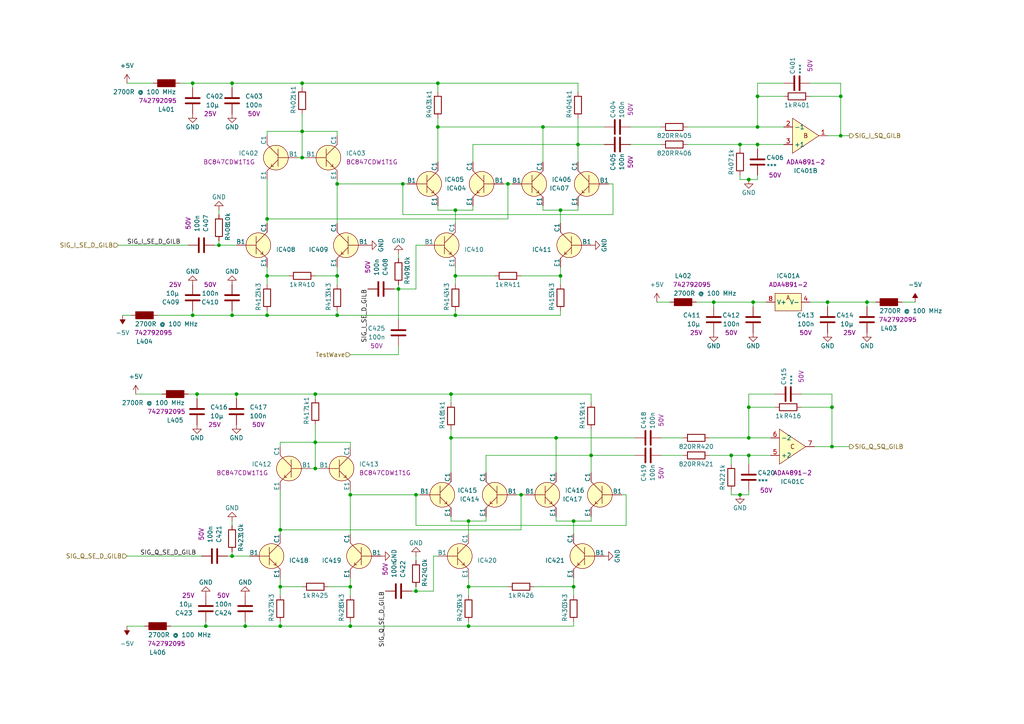
<source format=kicad_sch>
(kicad_sch (version 20231120) (generator "eeschema") (generator_version "8.0")
  (paper "A4")
  (title_block (rev "2") (company "BestSens AG"))
  (lib_symbols
    (symbol "ADA4891-2_1"
      (property "Reference" "IC" (at 0 10.16 0))
      (property "Part Number" "ADA4891-2" (at 0 7.62 0))
      (symbol "ADA4891-2_1_1_1"
        (text "A" (at 0 1.27 0) (effects (font (size 1.27 1.27))))
        (pin power_in line (at -6.35 0 0) (length 2.54) (name "V-") (number "4"))
        (pin power_in line (at 6.35 0 180) (length 2.54) (name "V+") (number "8"))
      )
      (symbol "ADA4891-2_1_2_1"
        (text "B" (at 0 0 0) (effects (font (size 1.27 1.27))))
        (pin passive line (at 6.35 0 180) (length 2.54) (name "") (number "1"))
        (pin passive line (at -6.35 -2.54 0) (length 2.54) (name "-1") (number "2"))
        (pin passive line (at -6.35 2.54 0) (length 2.54) (name "+1") (number "3"))
      )
      (symbol "ADA4891-2_1_3_1"
        (text "C" (at 0 0 0) (effects (font (size 1.27 1.27))))
        (pin input line (at -6.35 2.54 0) (length 2.54) (name "+2") (number "5"))
        (pin input line (at -6.35 -2.54 0) (length 2.54) (name "-2") (number "6"))
        (pin output line (at 6.35 0 180) (length 2.54) (name "") (number "7"))
      )
    )
    (symbol "ADA4891-2_2"
      (property "Reference" "IC" (at 0 10.16 0))
      (property "Part Number" "ADA4891-2" (at 0 7.62 0))
      (symbol "ADA4891-2_2_1_1"
        (text "A" (at 0 1.27 0) (effects (font (size 1.27 1.27))))
        (pin power_in line (at -6.35 0 0) (length 2.54) (name "V-") (number "4"))
        (pin power_in line (at 6.35 0 180) (length 2.54) (name "V+") (number "8"))
      )
      (symbol "ADA4891-2_2_2_1"
        (text "B" (at 0 0 0) (effects (font (size 1.27 1.27))))
        (pin passive line (at 6.35 0 180) (length 2.54) (name "") (number "1"))
        (pin passive line (at -6.35 -2.54 0) (length 2.54) (name "-1") (number "2"))
        (pin passive line (at -6.35 2.54 0) (length 2.54) (name "+1") (number "3"))
      )
      (symbol "ADA4891-2_2_3_1"
        (text "C" (at 0 0 0) (effects (font (size 1.27 1.27))))
        (pin input line (at -6.35 2.54 0) (length 2.54) (name "+2") (number "5"))
        (pin input line (at -6.35 -2.54 0) (length 2.54) (name "-2") (number "6"))
        (pin output line (at 6.35 0 180) (length 2.54) (name "") (number "7"))
      )
    )
    (symbol "BestParts_ICs:ADA4891-2"
      (property "Reference" "IC" (at 0 10.16 0))
      (property "Part Number" "ADA4891-2" (at 0 7.62 0))
      (symbol "ADA4891-2_1_1"
        (text "A" (at 0 1.27 0) (effects (font (size 1.27 1.27))))
        (pin power_in line (at -6.35 0 0) (length 2.54) (name "V-") (number "4"))
        (pin power_in line (at 6.35 0 180) (length 2.54) (name "V+") (number "8"))
      )
      (symbol "ADA4891-2_2_1"
        (text "B" (at 0 0 0) (effects (font (size 1.27 1.27))))
        (pin passive line (at 6.35 0 180) (length 2.54) (name "") (number "1"))
        (pin passive line (at -6.35 -2.54 0) (length 2.54) (name "-1") (number "2"))
        (pin passive line (at -6.35 2.54 0) (length 2.54) (name "+1") (number "3"))
      )
      (symbol "ADA4891-2_3_1"
        (text "C" (at 0 0 0) (effects (font (size 1.27 1.27))))
        (pin input line (at -6.35 2.54 0) (length 2.54) (name "+2") (number "5"))
        (pin input line (at -6.35 -2.54 0) (length 2.54) (name "-2") (number "6"))
        (pin output line (at 6.35 0 180) (length 2.54) (name "") (number "7"))
      )
    )
    (symbol "BestParts_ICs:BC847C-1" (pin_numbers hide) (pin_names (offset 0))
      (property "Reference" "IC" (at 0 15.24 0))
      (property "Part Number" "BC847CDW1T1G " (at 0 12.7 0))
      (symbol "BC847C-1_1_1"
        (pin passive line (at -6.35 0 0) (length 2.54) (name "B1") (number "1"))
        (pin passive line (at 2.54 -6.35 90) (length 2.54) (name "E1") (number "2"))
        (pin passive line (at 2.54 6.35 270) (length 2.54) (name "C1") (number "3"))
      )
    )
    (symbol "Device:C" (pin_numbers hide) (pin_names (offset 0.254))
      (property "Reference" "C" (at 0.635 2.54 0))
      (property "Value" "C" (at 0.635 -2.54 0))
      (symbol "C_1_1"
        (pin passive line (at 0 3.81 270) (length 2.794) (name "~") (number "1"))
        (pin passive line (at 0 -3.81 90) (length 2.794) (name "~") (number "2"))
      )
    )
    (symbol "Device:R" (pin_numbers hide) (pin_names (offset 0))
      (property "Reference" "R" (at 2.032 0 90))
      (property "Value" "R" (at 0 0 90))
      (symbol "R_1_1"
        (pin passive line (at 0 3.81 270) (length 1.27) (name "~") (number "1"))
        (pin passive line (at 0 -3.81 90) (length 1.27) (name "~") (number "2"))
      )
    )
    (symbol "Ferrit_1" (pin_numbers hide)
      (property "Reference" "L" (at 0 2.54 0))
      (symbol "Ferrit_1_1_1"
        (pin passive line (at -3.81 0 0) (length 1.27) (name "") (number "1"))
        (pin passive line (at 3.81 0 180) (length 1.27) (name "") (number "2"))
      )
    )
    (symbol "power:+5V" (power) (pin_names (offset 0))
      (property "Value" "+5V" (at 0 3.556 0))
      (symbol "+5V_1_1"
        (pin power_in line (at 0 0 90) (length 0) hide (name "+5V") (number "1"))
      )
    )
    (symbol "power:-5V" (power) (pin_names (offset 0))
      (property "Value" "-5V" (at 0 3.81 0))
      (symbol "-5V_0_0"
        (pin power_in line (at 0 0 90) (length 0) hide (name "-5V") (number "1"))
      )
    )
    (symbol "power:GND" (power) (pin_names (offset 0))
      (property "Value" "GND" (at 0 -3.81 0))
      (symbol "GND_1_1"
        (pin power_in line (at 0 0 270) (length 0) hide (name "GND") (number "1"))
      )
    )
  )
  (junction (at 130.81 127))
  (junction (at 71.12 181.61))
  (junction (at 91.44 135.89))
  (junction (at 219.71 41.91))
  (junction (at 167.64 41.91))
  (junction (at 87.63 24.13))
  (junction (at 217.17 118.11))
  (junction (at 59.69 181.61))
  (junction (at 67.31 91.44))
  (junction (at 116.84 53.34))
  (junction (at 251.46 87.63))
  (junction (at 132.08 80.01))
  (junction (at 135.89 151.13))
  (junction (at 67.31 161.29))
  (junction (at 219.71 36.83))
  (junction (at 115.57 83.82))
  (junction (at 63.5 71.12))
  (junction (at 132.08 60.96))
  (junction (at 81.28 153.67))
  (junction (at 207.01 87.63))
  (junction (at 132.08 91.44))
  (junction (at 214.63 41.91))
  (junction (at 162.56 60.96))
  (junction (at 217.17 127))
  (junction (at 219.71 27.94))
  (junction (at 240.03 87.63))
  (junction (at 77.47 91.44))
  (junction (at 55.88 91.44))
  (junction (at 243.84 39.37))
  (junction (at 214.63 143.51))
  (junction (at 120.65 143.51))
  (junction (at 151.13 143.51))
  (junction (at 97.79 80.01))
  (junction (at 91.44 128.27))
  (junction (at 77.47 80.01))
  (junction (at 157.48 36.83))
  (junction (at 55.88 24.13))
  (junction (at 97.79 91.44))
  (junction (at 171.45 132.08))
  (junction (at 127 24.13))
  (junction (at 212.09 132.08))
  (junction (at 77.47 63.5))
  (junction (at 135.89 170.18))
  (junction (at 166.37 151.13))
  (junction (at 120.65 171.45))
  (junction (at 218.44 87.63))
  (junction (at 81.28 170.18))
  (junction (at 243.84 27.94))
  (junction (at 217.17 52.07))
  (junction (at 97.79 53.34))
  (junction (at 162.56 80.01))
  (junction (at 101.6 143.51))
  (junction (at 161.29 127))
  (junction (at 57.15 114.3))
  (junction (at 241.3 118.11))
  (junction (at 81.28 181.61))
  (junction (at 166.37 170.18))
  (junction (at 68.58 114.3))
  (junction (at 135.89 181.61))
  (junction (at 101.6 181.61))
  (junction (at 101.6 170.18))
  (junction (at 130.81 114.3))
  (junction (at 217.17 132.08))
  (junction (at 87.63 38.1))
  (junction (at 241.3 129.54))
  (junction (at 87.63 45.72))
  (junction (at 91.44 114.3))
  (junction (at 127 36.83))
  (junction (at 67.31 24.13))
  (junction (at 147.32 53.34))
  (wire (pts (xy 52.07 24.13) (xy 55.88 24.13)))
  (wire (pts (xy 120.65 143.51) (xy 120.65 152.4)))
  (wire (pts (xy 157.48 59.69) (xy 157.48 60.96)))
  (wire (pts (xy 116.84 62.23) (xy 177.8 62.23)))
  (wire (pts (xy 243.84 39.37) (xy 246.38 39.37)))
  (wire (pts (xy 147.32 53.34) (xy 147.32 63.5)))
  (wire (pts (xy 232.41 118.11) (xy 241.3 118.11)))
  (wire (pts (xy 140.97 149.86) (xy 140.97 151.13)))
  (wire (pts (xy 167.64 34.29) (xy 167.64 41.91)))
  (wire (pts (xy 162.56 91.44) (xy 162.56 90.17)))
  (wire (pts (xy 132.08 91.44) (xy 132.08 90.17)))
  (wire (pts (xy 212.09 142.24) (xy 212.09 143.51)))
  (wire (pts (xy 81.28 167.64) (xy 81.28 170.18)))
  (wire (pts (xy 59.69 181.61) (xy 59.69 180.34)))
  (wire (pts (xy 97.79 77.47) (xy 97.79 80.01)))
  (wire (pts (xy 55.88 24.13) (xy 67.31 24.13)))
  (wire (pts (xy 91.44 123.19) (xy 91.44 128.27)))
  (wire (pts (xy 234.95 24.13) (xy 243.84 24.13)))
  (wire (pts (xy 67.31 161.29) (xy 72.39 161.29)))
  (wire (pts (xy 135.89 151.13) (xy 135.89 154.94)))
  (wire (pts (xy 132.08 77.47) (xy 132.08 80.01)))
  (wire (pts (xy 265.43 87.63) (xy 261.62 87.63)))
  (wire (pts (xy 135.89 170.18) (xy 135.89 172.72)))
  (wire (pts (xy 95.25 170.18) (xy 101.6 170.18)))
  (wire (pts (xy 36.83 24.13) (xy 44.45 24.13)))
  (wire (pts (xy 167.64 41.91) (xy 167.64 46.99)))
  (wire (pts (xy 171.45 149.86) (xy 171.45 151.13)))
  (wire (pts (xy 67.31 24.13) (xy 87.63 24.13)))
  (wire (pts (xy 137.16 41.91) (xy 167.64 41.91)))
  (wire (pts (xy 120.65 152.4) (xy 181.61 152.4)))
  (wire (pts (xy 57.15 114.3) (xy 68.58 114.3)))
  (wire (pts (xy 77.47 80.01) (xy 77.47 82.55)))
  (wire (pts (xy 217.17 52.07) (xy 219.71 52.07)))
  (wire (pts (xy 120.65 161.29) (xy 120.65 162.56)))
  (wire (pts (xy 77.47 91.44) (xy 97.79 91.44)))
  (wire (pts (xy 39.37 114.3) (xy 46.99 114.3)))
  (wire (pts (xy 214.63 52.07) (xy 217.17 52.07)))
  (wire (pts (xy 115.57 82.55) (xy 115.57 83.82)))
  (wire (pts (xy 120.65 171.45) (xy 125.73 171.45)))
  (wire (pts (xy 240.03 87.63) (xy 234.95 87.63)))
  (wire (pts (xy 219.71 24.13) (xy 219.71 27.94)))
  (wire (pts (xy 222.25 87.63) (xy 218.44 87.63)))
  (wire (pts (xy 157.48 36.83) (xy 175.26 36.83)))
  (wire (pts (xy 217.17 132.08) (xy 223.52 132.08)))
  (wire (pts (xy 101.6 170.18) (xy 101.6 172.72)))
  (wire (pts (xy 161.29 127) (xy 161.29 137.16)))
  (wire (pts (xy 130.81 114.3) (xy 130.81 116.84)))
  (wire (pts (xy 130.81 127) (xy 161.29 127)))
  (wire (pts (xy 166.37 167.64) (xy 166.37 170.18)))
  (wire (pts (xy 87.63 38.1) (xy 87.63 45.72)))
  (wire (pts (xy 49.53 181.61) (xy 59.69 181.61)))
  (wire (pts (xy 71.12 180.34) (xy 71.12 181.61)))
  (wire (pts (xy 219.71 24.13) (xy 227.33 24.13)))
  (wire (pts (xy 166.37 151.13) (xy 166.37 154.94)))
  (wire (pts (xy 77.47 63.5) (xy 147.32 63.5)))
  (wire (pts (xy 81.28 128.27) (xy 81.28 129.54)))
  (wire (pts (xy 125.73 161.29) (xy 127 161.29)))
  (wire (pts (xy 116.84 53.34) (xy 118.11 53.34)))
  (wire (pts (xy 120.65 71.12) (xy 123.19 71.12)))
  (wire (pts (xy 146.05 53.34) (xy 147.32 53.34)))
  (wire (pts (xy 236.22 129.54) (xy 241.3 129.54)))
  (wire (pts (xy 219.71 41.91) (xy 219.71 43.18)))
  (wire (pts (xy 234.95 27.94) (xy 243.84 27.94)))
  (wire (pts (xy 157.48 36.83) (xy 157.48 46.99)))
  (wire (pts (xy 162.56 60.96) (xy 162.56 64.77)))
  (wire (pts (xy 149.86 143.51) (xy 151.13 143.51)))
  (wire (pts (xy 132.08 60.96) (xy 132.08 64.77)))
  (wire (pts (xy 90.17 135.89) (xy 91.44 135.89)))
  (wire (pts (xy 81.28 153.67) (xy 151.13 153.67)))
  (wire (pts (xy 127 24.13) (xy 127 26.67)))
  (wire (pts (xy 97.79 91.44) (xy 97.79 90.17)))
  (wire (pts (xy 166.37 170.18) (xy 166.37 172.72)))
  (wire (pts (xy 101.6 102.87) (xy 115.57 102.87)))
  (wire (pts (xy 167.64 24.13) (xy 167.64 26.67)))
  (wire (pts (xy 132.08 60.96) (xy 137.16 60.96)))
  (wire (pts (xy 127 60.96) (xy 132.08 60.96)))
  (wire (pts (xy 101.6 181.61) (xy 101.6 180.34)))
  (wire (pts (xy 101.6 128.27) (xy 101.6 129.54)))
  (wire (pts (xy 180.34 143.51) (xy 181.61 143.51)))
  (wire (pts (xy 63.5 69.85) (xy 63.5 71.12)))
  (wire (pts (xy 57.15 114.3) (xy 57.15 115.57)))
  (wire (pts (xy 81.28 142.24) (xy 81.28 153.67)))
  (wire (pts (xy 182.88 36.83) (xy 191.77 36.83)))
  (wire (pts (xy 162.56 77.47) (xy 162.56 80.01)))
  (wire (pts (xy 207.01 87.63) (xy 207.01 88.9)))
  (wire (pts (xy 77.47 80.01) (xy 83.82 80.01)))
  (wire (pts (xy 125.73 161.29) (xy 125.73 171.45)))
  (wire (pts (xy 214.63 143.51) (xy 217.17 143.51)))
  (wire (pts (xy 135.89 167.64) (xy 135.89 170.18)))
  (wire (pts (xy 181.61 143.51) (xy 181.61 152.4)))
  (wire (pts (xy 135.89 181.61) (xy 135.89 180.34)))
  (wire (pts (xy 147.32 53.34) (xy 148.59 53.34)))
  (wire (pts (xy 151.13 80.01) (xy 162.56 80.01)))
  (wire (pts (xy 243.84 27.94) (xy 243.84 39.37)))
  (wire (pts (xy 177.8 53.34) (xy 177.8 62.23)))
  (wire (pts (xy 219.71 27.94) (xy 227.33 27.94)))
  (wire (pts (xy 205.74 132.08) (xy 212.09 132.08)))
  (wire (pts (xy 81.28 128.27) (xy 91.44 128.27)))
  (wire (pts (xy 66.04 161.29) (xy 67.31 161.29)))
  (wire (pts (xy 219.71 27.94) (xy 219.71 36.83)))
  (wire (pts (xy 62.23 71.12) (xy 63.5 71.12)))
  (wire (pts (xy 212.09 132.08) (xy 217.17 132.08)))
  (wire (pts (xy 199.39 36.83) (xy 219.71 36.83)))
  (wire (pts (xy 68.58 114.3) (xy 91.44 114.3)))
  (wire (pts (xy 87.63 45.72) (xy 88.9 45.72)))
  (wire (pts (xy 217.17 118.11) (xy 224.79 118.11)))
  (wire (pts (xy 154.94 170.18) (xy 166.37 170.18)))
  (wire (pts (xy 217.17 114.3) (xy 224.79 114.3)))
  (wire (pts (xy 130.81 124.46) (xy 130.81 127)))
  (wire (pts (xy 97.79 80.01) (xy 97.79 82.55)))
  (wire (pts (xy 214.63 41.91) (xy 219.71 41.91)))
  (wire (pts (xy 251.46 87.63) (xy 251.46 88.9)))
  (wire (pts (xy 214.63 50.8) (xy 214.63 52.07)))
  (wire (pts (xy 241.3 118.11) (xy 241.3 129.54)))
  (wire (pts (xy 137.16 41.91) (xy 137.16 46.99)))
  (wire (pts (xy 130.81 127) (xy 130.81 137.16)))
  (wire (pts (xy 219.71 41.91) (xy 227.33 41.91)))
  (wire (pts (xy 97.79 91.44) (xy 132.08 91.44)))
  (wire (pts (xy 77.47 38.1) (xy 77.47 39.37)))
  (wire (pts (xy 240.03 39.37) (xy 243.84 39.37)))
  (wire (pts (xy 97.79 53.34) (xy 116.84 53.34)))
  (wire (pts (xy 254 87.63) (xy 251.46 87.63)))
  (wire (pts (xy 162.56 60.96) (xy 167.64 60.96)))
  (wire (pts (xy 67.31 91.44) (xy 77.47 91.44)))
  (wire (pts (xy 116.84 53.34) (xy 116.84 62.23)))
  (wire (pts (xy 55.88 91.44) (xy 67.31 91.44)))
  (wire (pts (xy 137.16 59.69) (xy 137.16 60.96)))
  (wire (pts (xy 91.44 128.27) (xy 91.44 135.89)))
  (wire (pts (xy 135.89 151.13) (xy 140.97 151.13)))
  (wire (pts (xy 101.6 143.51) (xy 120.65 143.51)))
  (wire (pts (xy 114.3 83.82) (xy 115.57 83.82)))
  (wire (pts (xy 54.61 114.3) (xy 57.15 114.3)))
  (wire (pts (xy 214.63 41.91) (xy 214.63 43.18)))
  (wire (pts (xy 166.37 151.13) (xy 171.45 151.13)))
  (wire (pts (xy 101.6 143.51) (xy 101.6 154.94)))
  (wire (pts (xy 68.58 114.3) (xy 68.58 115.57)))
  (wire (pts (xy 151.13 143.51) (xy 151.13 153.67)))
  (wire (pts (xy 34.29 71.12) (xy 54.61 71.12)))
  (wire (pts (xy 127 59.69) (xy 127 60.96)))
  (wire (pts (xy 251.46 87.63) (xy 240.03 87.63)))
  (wire (pts (xy 166.37 181.61) (xy 166.37 180.34)))
  (wire (pts (xy 59.69 181.61) (xy 71.12 181.61)))
  (wire (pts (xy 36.83 161.29) (xy 58.42 161.29)))
  (wire (pts (xy 217.17 114.3) (xy 217.17 118.11)))
  (wire (pts (xy 67.31 90.17) (xy 67.31 91.44)))
  (wire (pts (xy 218.44 87.63) (xy 218.44 88.9)))
  (wire (pts (xy 71.12 181.61) (xy 81.28 181.61)))
  (wire (pts (xy 97.79 38.1) (xy 97.79 39.37)))
  (wire (pts (xy 120.65 71.12) (xy 120.65 83.82)))
  (wire (pts (xy 45.72 91.44) (xy 55.88 91.44)))
  (wire (pts (xy 91.44 114.3) (xy 130.81 114.3)))
  (wire (pts (xy 241.3 129.54) (xy 246.38 129.54)))
  (wire (pts (xy 127 36.83) (xy 127 46.99)))
  (wire (pts (xy 86.36 45.72) (xy 87.63 45.72)))
  (wire (pts (xy 55.88 91.44) (xy 55.88 90.17)))
  (wire (pts (xy 115.57 83.82) (xy 115.57 92.71)))
  (wire (pts (xy 132.08 80.01) (xy 143.51 80.01)))
  (wire (pts (xy 127 24.13) (xy 167.64 24.13)))
  (wire (pts (xy 101.6 142.24) (xy 101.6 143.51)))
  (wire (pts (xy 161.29 127) (xy 184.15 127)))
  (wire (pts (xy 212.09 132.08) (xy 212.09 134.62)))
  (wire (pts (xy 127 36.83) (xy 157.48 36.83)))
  (wire (pts (xy 219.71 36.83) (xy 227.33 36.83)))
  (wire (pts (xy 176.53 53.34) (xy 177.8 53.34)))
  (wire (pts (xy 77.47 77.47) (xy 77.47 80.01)))
  (wire (pts (xy 81.28 181.61) (xy 101.6 181.61)))
  (wire (pts (xy 167.64 59.69) (xy 167.64 60.96)))
  (wire (pts (xy 115.57 100.33) (xy 115.57 102.87)))
  (wire (pts (xy 207.01 87.63) (xy 201.93 87.63)))
  (wire (pts (xy 130.81 114.3) (xy 171.45 114.3)))
  (wire (pts (xy 67.31 160.02) (xy 67.31 161.29)))
  (wire (pts (xy 97.79 52.07) (xy 97.79 53.34)))
  (wire (pts (xy 140.97 132.08) (xy 171.45 132.08)))
  (wire (pts (xy 120.65 170.18) (xy 120.65 171.45)))
  (wire (pts (xy 199.39 41.91) (xy 214.63 41.91)))
  (wire (pts (xy 219.71 50.8) (xy 219.71 52.07)))
  (wire (pts (xy 81.28 170.18) (xy 87.63 170.18)))
  (wire (pts (xy 135.89 181.61) (xy 166.37 181.61)))
  (wire (pts (xy 67.31 24.13) (xy 67.31 25.4)))
  (wire (pts (xy 151.13 143.51) (xy 152.4 143.51)))
  (wire (pts (xy 132.08 80.01) (xy 132.08 82.55)))
  (wire (pts (xy 120.65 143.51) (xy 121.92 143.51)))
  (wire (pts (xy 161.29 149.86) (xy 161.29 151.13)))
  (wire (pts (xy 167.64 41.91) (xy 175.26 41.91)))
  (wire (pts (xy 217.17 127) (xy 223.52 127)))
  (wire (pts (xy 218.44 87.63) (xy 207.01 87.63)))
  (wire (pts (xy 91.44 128.27) (xy 101.6 128.27)))
  (wire (pts (xy 212.09 143.51) (xy 214.63 143.51)))
  (wire (pts (xy 240.03 87.63) (xy 240.03 88.9)))
  (wire (pts (xy 171.45 132.08) (xy 171.45 137.16)))
  (wire (pts (xy 87.63 24.13) (xy 127 24.13)))
  (wire (pts (xy 77.47 63.5) (xy 77.47 64.77)))
  (wire (pts (xy 132.08 91.44) (xy 162.56 91.44)))
  (wire (pts (xy 101.6 181.61) (xy 135.89 181.61)))
  (wire (pts (xy 127 34.29) (xy 127 36.83)))
  (wire (pts (xy 157.48 60.96) (xy 162.56 60.96)))
  (wire (pts (xy 35.56 91.44) (xy 38.1 91.44)))
  (wire (pts (xy 63.5 71.12) (xy 68.58 71.12)))
  (wire (pts (xy 67.31 151.13) (xy 67.31 152.4)))
  (wire (pts (xy 232.41 114.3) (xy 241.3 114.3)))
  (wire (pts (xy 243.84 24.13) (xy 243.84 27.94)))
  (wire (pts (xy 135.89 170.18) (xy 147.32 170.18)))
  (wire (pts (xy 191.77 132.08) (xy 198.12 132.08)))
  (wire (pts (xy 171.45 132.08) (xy 184.15 132.08)))
  (wire (pts (xy 91.44 135.89) (xy 92.71 135.89)))
  (wire (pts (xy 217.17 142.24) (xy 217.17 143.51)))
  (wire (pts (xy 87.63 38.1) (xy 97.79 38.1)))
  (wire (pts (xy 81.28 170.18) (xy 81.28 172.72)))
  (wire (pts (xy 36.83 181.61) (xy 41.91 181.61)))
  (wire (pts (xy 81.28 153.67) (xy 81.28 154.94)))
  (wire (pts (xy 171.45 124.46) (xy 171.45 132.08)))
  (wire (pts (xy 217.17 118.11) (xy 217.17 127)))
  (wire (pts (xy 182.88 41.91) (xy 191.77 41.91)))
  (wire (pts (xy 205.74 127) (xy 217.17 127)))
  (wire (pts (xy 77.47 91.44) (xy 77.47 90.17)))
  (wire (pts (xy 241.3 114.3) (xy 241.3 118.11)))
  (wire (pts (xy 87.63 24.13) (xy 87.63 25.4)))
  (wire (pts (xy 91.44 114.3) (xy 91.44 115.57)))
  (wire (pts (xy 63.5 60.96) (xy 63.5 62.23)))
  (wire (pts (xy 140.97 132.08) (xy 140.97 137.16)))
  (wire (pts (xy 101.6 167.64) (xy 101.6 170.18)))
  (wire (pts (xy 130.81 149.86) (xy 130.81 151.13)))
  (wire (pts (xy 115.57 73.66) (xy 115.57 74.93)))
  (wire (pts (xy 81.28 181.61) (xy 81.28 180.34)))
  (wire (pts (xy 217.17 132.08) (xy 217.17 134.62)))
  (wire (pts (xy 77.47 52.07) (xy 77.47 63.5)))
  (wire (pts (xy 194.31 87.63) (xy 190.5 87.63)))
  (wire (pts (xy 161.29 151.13) (xy 166.37 151.13)))
  (wire (pts (xy 119.38 171.45) (xy 120.65 171.45)))
  (wire (pts (xy 97.79 53.34) (xy 97.79 64.77)))
  (wire (pts (xy 130.81 151.13) (xy 135.89 151.13)))
  (wire (pts (xy 91.44 80.01) (xy 97.79 80.01)))
  (wire (pts (xy 55.88 24.13) (xy 55.88 25.4)))
  (wire (pts (xy 162.56 80.01) (xy 162.56 82.55)))
  (wire (pts (xy 87.63 33.02) (xy 87.63 38.1)))
  (wire (pts (xy 191.77 127) (xy 198.12 127)))
  (wire (pts (xy 77.47 38.1) (xy 87.63 38.1)))
  (wire (pts (xy 115.57 83.82) (xy 120.65 83.82)))
  (wire (pts (xy 171.45 114.3) (xy 171.45 116.84)))
  (label "SIG_I_SE_D_GILB" (at 106.68 83.82 270))
  (label "SIG_I_SE_D_GILB" (at 36.83 71.12 0))
  (label "SIG_Q_SE_D_GILB" (at 40.64 161.29 0))
  (label "SIG_Q_SE_D_GILB" (at 111.76 171.45 270))
  (hierarchical_label "SIG_I_SE_D_GILB" (shape input) (at 34.29 71.12 180))
  (hierarchical_label "TestWave" (shape input) (at 101.6 102.87 180))
  (hierarchical_label "SIG_Q_SE_D_GILB" (shape input) (at 36.83 161.29 180))
  (hierarchical_label "SIG_Q_SQ_GILB" (shape output) (at 246.38 129.54 0))
  (hierarchical_label "SIG_I_SQ_GILB" (shape output) (at 246.38 39.37 0))
  (symbol (lib_id "Device:R") (at 77.47 86.36 180) (unit 1)
    (property "Reference" "R412" (at 74.93 87.63 90))
    (property "Value" "3k3" (at 74.93 83.82 90))
    (property "Footprint" "BestParts_Resistors:R_0603" (effects (hide yes)))
    (property "Part Number" "Generic" (effects (hide yes)))
  )
  (symbol (lib_id "power:-5V") (at 35.56 91.44 180) (unit 1)
    (property "Reference" "#PWR0413" (effects (hide yes)))
    (property "Value" "-5V" (at 35.56 96.52 0))
  )
  (symbol (lib_id "Device:C") (at 71.12 176.53 180) (unit 1)
    (property "Reference" "C424" (at 67.31 177.8 0) (effects (justify left)))
    (property "Value" "100n" (at 67.31 175.26 0) (effects (justify left)))
    (property "Footprint" "BestParts_Caps:C_0603" (effects (hide yes)))
    (property "Voltage" "50V" (at 64.77 172.72 0))
  )
  (symbol (lib_id "Device:C") (at 115.57 96.52 0) (mirror y) (unit 1)
    (property "Reference" "C425" (at 111.76 95.25 0) (effects (justify left)))
    (property "Value" "100n" (at 111.76 97.79 0) (effects (justify left)))
    (property "Footprint" "BestParts_Caps:C_0603" (effects (hide yes)))
    (property "Voltage" "50V" (at 109.22 100.33 0))
  )
  (symbol (lib_id "BestParts_ICs:BC847C-1") (at 83.82 135.89 0) (mirror y) (unit 1)
    (property "Reference" "IC412" (at 78.74 134.62 0) (effects (justify left)))
    (property "Value" "*" (effects (hide yes)))
    (property "Footprint" "BestParts_ICs:BC847C-1 - SC-70-3" (effects (hide yes)))
    (property "Datasheet" "https://www.mouser.de/datasheet/2/308/1/BC846BDW1T1_D-2310328.pdf" (effects (hide yes)))
    (property "Part Number" "BC847CDW1T1G " (at 78.74 137.16 0) (effects (justify left)))
  )
  (symbol (lib_id "Device:R") (at 201.93 127 270) (unit 1)
    (property "Reference" "R420" (at 204.47 129.54 90))
    (property "Value" "820R" (at 199.39 129.54 90))
    (property "Footprint" "BestParts_Resistors:R_0603" (effects (hide yes)))
    (property "Part Number" "Generic" (effects (hide yes)))
  )
  (symbol (lib_id "power:GND") (at 175.26 161.29 90) (unit 1)
    (property "Reference" "#PWR0425" (effects (hide yes)))
    (property "Value" "GND" (at 179.07 161.29 0))
  )
  (symbol (lib_id "Device:R") (at 101.6 176.53 180) (unit 1)
    (property "Reference" "R428" (at 99.06 177.8 90))
    (property "Value" "3k3" (at 99.06 173.99 90))
    (property "Footprint" "BestParts_Resistors:R_0603" (effects (hide yes)))
    (property "Part Number" "Generic" (effects (hide yes)))
  )
  (symbol (lib_id "Device:C") (at 231.14 24.13 90) (unit 1)
    (property "Reference" "C401" (at 229.87 21.59 0) (effects (justify left)))
    (property "Value" "***" (at 232.41 21.59 0) (effects (justify left)))
    (property "Footprint" "BestParts_Caps:C_0603" (effects (hide yes)))
    (property "Voltage" "50V" (at 234.95 19.05 0))
  )
  (symbol (lib_id "BestParts_ICs:BC847C-1") (at 173.99 143.51 0) (mirror y) (unit 1)
    (property "Reference" "IC417" (at 168.91 144.78 0) (effects (justify left)))
    (property "Value" "*" (effects (hide yes)))
    (property "Footprint" "BestParts_ICs:BC847C-1 - SC-70-3" (effects (hide yes)))
    (property "Datasheet" "https://www.mouser.de/datasheet/2/308/1/BC846BDW1T1_D-2310328.pdf" (effects (hide yes)))
    (property "Part Number" "BC847CDW1T1G " (effects (hide yes)))
  )
  (symbol (lib_id "Device:C") (at 115.57 171.45 270) (mirror x) (unit 1)
    (property "Reference" "C422" (at 116.84 167.64 0) (effects (justify left)))
    (property "Value" "100n" (at 114.3 167.64 0) (effects (justify left)))
    (property "Footprint" "BestParts_Caps:C_0603" (effects (hide yes)))
    (property "Voltage" "50V" (at 111.76 165.1 0))
  )
  (symbol (lib_id "power:GND") (at 71.12 172.72 180) (unit 1)
    (property "Reference" "#PWR0427" (effects (hide yes)))
    (property "Value" "GND" (at 71.12 168.91 0))
  )
  (symbol (lib_id "BestParts_ICs:BC847C-1") (at 165.1 71.12 0) (mirror y) (unit 1)
    (property "Reference" "IC411" (at 160.02 72.39 0) (effects (justify left)))
    (property "Value" "*" (effects (hide yes)))
    (property "Footprint" "BestParts_ICs:BC847C-1 - SC-70-3" (effects (hide yes)))
    (property "Datasheet" "https://www.mouser.de/datasheet/2/308/1/BC846BDW1T1_D-2310328.pdf" (effects (hide yes)))
    (property "Part Number" "BC847CDW1T1G " (effects (hide yes)))
  )
  (symbol (lib_id "Device:C") (at 110.49 83.82 270) (mirror x) (unit 1)
    (property "Reference" "C408" (at 111.76 80.01 0) (effects (justify left)))
    (property "Value" "100n" (at 109.22 80.01 0) (effects (justify left)))
    (property "Footprint" "BestParts_Caps:C_0603" (effects (hide yes)))
    (property "Voltage" "50V" (at 106.68 77.47 0))
  )
  (symbol (lib_id "Device:C") (at 67.31 29.21 0) (unit 1)
    (property "Reference" "C403" (at 71.12 27.94 0) (effects (justify left)))
    (property "Value" "100n" (at 71.12 30.48 0) (effects (justify left)))
    (property "Footprint" "BestParts_Caps:C_0603" (effects (hide yes)))
    (property "Voltage" "50V" (at 73.66 33.02 0))
  )
  (symbol (lib_id "Device:C") (at 187.96 127 90) (unit 1)
    (property "Reference" "C418" (at 186.69 124.46 0) (effects (justify left)))
    (property "Value" "100n" (at 189.23 124.46 0) (effects (justify left)))
    (property "Footprint" "BestParts_Caps:C_0603" (effects (hide yes)))
    (property "Voltage" "50V" (at 191.77 121.92 0))
  )
  (symbol (lib_id "Device:R") (at 67.31 156.21 0) (mirror x) (unit 1)
    (property "Reference" "R423" (at 69.85 157.48 90))
    (property "Value" "10k" (at 69.85 153.67 90))
    (property "Footprint" "BestParts_Resistors:R_0603" (effects (hide yes)))
    (property "Part Number" "Generic" (effects (hide yes)))
  )
  (symbol (lib_id "Device:C") (at 218.44 92.71 0) (mirror y) (unit 1)
    (property "Reference" "C412" (at 214.63 91.44 0) (effects (justify left)))
    (property "Value" "100n" (at 214.63 93.98 0) (effects (justify left)))
    (property "Footprint" "BestParts_Caps:C_0603" (effects (hide yes)))
    (property "Voltage" "50V" (at 212.09 96.52 0))
  )
  (symbol (lib_id "Device:R") (at 132.08 86.36 180) (unit 1)
    (property "Reference" "R414" (at 129.54 87.63 90))
    (property "Value" "3k3" (at 129.54 83.82 90))
    (property "Footprint" "BestParts_Resistors:R_0603" (effects (hide yes)))
    (property "Part Number" "Generic" (effects (hide yes)))
  )
  (symbol (lib_id "power:GND") (at 67.31 33.02 0) (unit 1)
    (property "Reference" "#PWR0403" (effects (hide yes)))
    (property "Value" "GND" (at 67.31 36.83 0))
  )
  (symbol (lib_id "BestParts_ICs:BC847C-1") (at 124.46 53.34 0) (unit 1)
    (property "Reference" "IC404" (at 129.54 54.61 0) (effects (justify left)))
    (property "Value" "*" (effects (hide yes)))
    (property "Footprint" "BestParts_ICs:BC847C-1 - SC-70-3" (effects (hide yes)))
    (property "Datasheet" "https://www.mouser.de/datasheet/2/308/1/BC846BDW1T1_D-2310328.pdf" (effects (hide yes)))
    (property "Part Number" "BC847CDW1T1G " (effects (hide yes)))
  )
  (symbol (lib_id "BestParts_ICs:ADA4891-2") (at 229.87 129.54 0) (mirror x) (unit 3)
    (property "Reference" "IC401" (at 229.87 139.7 0))
    (property "Value" "*" (effects (hide yes)))
    (property "Footprint" "BestParts_ICs:ADA4891-2 - SOIC-8" (effects (hide yes)))
    (property "Part Number" "ADA4891-2" (at 229.87 137.16 0))
    (property "Manufacturer" "Analog Devices" (effects (hide yes)))
  )
  (symbol (lib_id "BestParts_ICs:BC847C-1") (at 143.51 143.51 0) (mirror y) (unit 1)
    (property "Reference" "IC415" (at 138.43 142.24 0) (effects (justify left)))
    (property "Value" "*" (effects (hide yes)))
    (property "Footprint" "BestParts_ICs:BC847C-1 - SC-70-3" (effects (hide yes)))
    (property "Datasheet" "https://www.mouser.de/datasheet/2/308/1/BC846BDW1T1_D-2310328.pdf" (effects (hide yes)))
    (property "Part Number" "BC847CDW1T1G " (effects (hide yes)))
  )
  (symbol (lib_id "Device:R") (at 214.63 46.99 180) (unit 1)
    (property "Reference" "R407" (at 212.09 48.26 90))
    (property "Value" "1k" (at 212.09 44.45 90))
    (property "Footprint" "BestParts_Resistors:R_0603" (effects (hide yes)))
    (property "Part Number" "Generic" (effects (hide yes)))
  )
  (symbol (lib_id "Device:R") (at 166.37 176.53 180) (unit 1)
    (property "Reference" "R430" (at 163.83 177.8 90))
    (property "Value" "3k3" (at 163.83 173.99 90))
    (property "Footprint" "BestParts_Resistors:R_0603" (effects (hide yes)))
    (property "Part Number" "Generic" (effects (hide yes)))
  )
  (symbol (lib_id "Device:C") (at 58.42 71.12 270) (mirror x) (unit 1)
    (property "Reference" "C407" (at 59.69 67.31 0) (effects (justify left)))
    (property "Value" "100n" (at 57.15 67.31 0) (effects (justify left)))
    (property "Footprint" "BestParts_Caps:C_0603" (effects (hide yes)))
    (property "Voltage" "50V" (at 54.61 64.77 0))
  )
  (symbol (lib_id "Device:R") (at 151.13 170.18 270) (unit 1)
    (property "Reference" "R426" (at 152.4 172.72 90))
    (property "Value" "1k" (at 148.59 172.72 90))
    (property "Footprint" "BestParts_Resistors:R_0603" (effects (hide yes)))
    (property "Part Number" "Generic" (effects (hide yes)))
  )
  (symbol (lib_id "Device:R") (at 130.81 120.65 180) (unit 1)
    (property "Reference" "R418" (at 128.27 121.92 90))
    (property "Value" "1k1" (at 128.27 118.11 90))
    (property "Footprint" "BestParts_Resistors:R_0603" (effects (hide yes)))
    (property "Part Number" "Generic" (effects (hide yes)))
  )
  (symbol (lib_id "BestParts_ICs:BC847C-1") (at 139.7 53.34 0) (mirror y) (unit 1)
    (property "Reference" "IC405" (at 134.62 52.07 0) (effects (justify left)))
    (property "Value" "*" (effects (hide yes)))
    (property "Footprint" "BestParts_ICs:BC847C-1 - SC-70-3" (effects (hide yes)))
    (property "Datasheet" "https://www.mouser.de/datasheet/2/308/1/BC846BDW1T1_D-2310328.pdf" (effects (hide yes)))
    (property "Part Number" "BC847CDW1T1G " (effects (hide yes)))
  )
  (symbol (lib_id "Device:R") (at 91.44 170.18 270) (unit 1)
    (property "Reference" "R425" (at 92.71 172.72 90))
    (property "Value" "1k" (at 88.9 172.72 90))
    (property "Footprint" "BestParts_Resistors:R_0603" (effects (hide yes)))
    (property "Part Number" "Generic" (effects (hide yes)))
  )
  (symbol (lib_id "power:+5V") (at 190.5 87.63 0) (mirror y) (unit 1)
    (property "Reference" "#PWR0411" (effects (hide yes)))
    (property "Value" "+5V" (at 190.5 82.55 0))
  )
  (symbol (lib_id "Device:C") (at 240.03 92.71 0) (mirror y) (unit 1)
    (property "Reference" "C413" (at 236.22 91.44 0) (effects (justify left)))
    (property "Value" "100n" (at 236.22 93.98 0) (effects (justify left)))
    (property "Footprint" "BestParts_Caps:C_0603" (effects (hide yes)))
    (property "Voltage" "50V" (at 233.68 96.52 0))
  )
  (symbol (lib_id "BestParts_ICs:BC847C-1") (at 170.18 53.34 0) (mirror y) (unit 1)
    (property "Reference" "IC407" (at 165.1 54.61 0) (effects (justify left)))
    (property "Value" "*" (effects (hide yes)))
    (property "Footprint" "BestParts_ICs:BC847C-1 - SC-70-3" (effects (hide yes)))
    (property "Datasheet" "https://www.mouser.de/datasheet/2/308/1/BC846BDW1T1_D-2310328.pdf" (effects (hide yes)))
    (property "Part Number" "BC847CDW1T1G " (effects (hide yes)))
  )
  (symbol (lib_id "Device:R") (at 87.63 80.01 270) (unit 1)
    (property "Reference" "R410" (at 88.9 82.55 90))
    (property "Value" "1k" (at 85.09 82.55 90))
    (property "Footprint" "BestParts_Resistors:R_0603" (effects (hide yes)))
    (property "Part Number" "Generic" (effects (hide yes)))
  )
  (symbol (lib_id "BestParts_ICs:BC847C-1") (at 78.74 161.29 0) (unit 1)
    (property "Reference" "IC418" (at 83.82 162.56 0) (effects (justify left)))
    (property "Value" "*" (effects (hide yes)))
    (property "Footprint" "BestParts_ICs:BC847C-1 - SC-70-3" (effects (hide yes)))
    (property "Datasheet" "https://www.mouser.de/datasheet/2/308/1/BC846BDW1T1_D-2310328.pdf" (effects (hide yes)))
    (property "Part Number" "BC847CDW1T1G " (effects (hide yes)))
  )
  (symbol (lib_name "Ferrit_1") (lib_id "BestParts_Inductors:Ferrit") (at 48.26 24.13 180) (unit 1)
    (property "Reference" "L401" (at 48.26 31.75 0))
    (property "Value" "2700R @ 100 MHz" (at 41.91 26.67 0))
    (property "Footprint" "BestParts_Resistors:R_0805" (effects (hide yes)))
    (property "Part Number" "742792095" (at 45.72 29.21 0))
  )
  (symbol (lib_id "power:-5V") (at 265.43 87.63 0) (mirror y) (unit 1)
    (property "Reference" "#PWR0412" (effects (hide yes)))
    (property "Value" "-5V" (at 265.43 82.55 0))
  )
  (symbol (lib_id "power:GND") (at 59.69 172.72 180) (unit 1)
    (property "Reference" "#PWR0426" (effects (hide yes)))
    (property "Value" "GND" (at 59.69 168.91 0))
  )
  (symbol (lib_id "power:GND") (at 251.46 96.52 0) (mirror y) (unit 1)
    (property "Reference" "#PWR0417" (effects (hide yes)))
    (property "Value" "GND" (at 251.46 100.33 0))
  )
  (symbol (lib_id "power:GND") (at 106.68 71.12 90) (unit 1)
    (property "Reference" "#PWR0406" (effects (hide yes)))
    (property "Value" "GND" (at 110.49 71.12 0))
  )
  (symbol (lib_id "Device:R") (at 120.65 166.37 0) (mirror x) (unit 1)
    (property "Reference" "R424" (at 123.19 167.64 90))
    (property "Value" "10k" (at 123.19 163.83 90))
    (property "Footprint" "BestParts_Resistors:R_0603" (effects (hide yes)))
    (property "Part Number" "Generic" (effects (hide yes)))
  )
  (symbol (lib_id "power:GND") (at 214.63 143.51 0) (unit 1)
    (property "Reference" "#PWR0421" (effects (hide yes)))
    (property "Value" "GND" (at 214.63 147.32 0))
  )
  (symbol (lib_id "power:-5V") (at 36.83 181.61 180) (unit 1)
    (property "Reference" "#PWR0428" (effects (hide yes)))
    (property "Value" "-5V" (at 36.83 186.69 0))
  )
  (symbol (lib_id "Device:R") (at 63.5 66.04 0) (mirror x) (unit 1)
    (property "Reference" "R408" (at 66.04 67.31 90))
    (property "Value" "10k" (at 66.04 63.5 90))
    (property "Footprint" "BestParts_Resistors:R_0603" (effects (hide yes)))
    (property "Part Number" "Generic" (effects (hide yes)))
  )
  (symbol (lib_id "power:GND") (at 171.45 71.12 90) (unit 1)
    (property "Reference" "#PWR0407" (effects (hide yes)))
    (property "Value" "GND" (at 175.26 71.12 0))
  )
  (symbol (lib_id "Device:C") (at 217.17 138.43 0) (unit 1)
    (property "Reference" "C420" (at 219.71 137.16 0) (effects (justify left)))
    (property "Value" "***" (at 219.71 139.7 0) (effects (justify left)))
    (property "Footprint" "BestParts_Caps:C_0603" (effects (hide yes)))
    (property "Voltage" "50V" (at 222.25 142.24 0))
  )
  (symbol (lib_id "Device:C") (at 57.15 119.38 0) (unit 1)
    (property "Reference" "C416" (at 60.96 118.11 0) (effects (justify left)))
    (property "Value" "10µ" (at 60.96 120.65 0) (effects (justify left)))
    (property "Footprint" "BestParts_Caps:C_0603" (effects (hide yes)))
    (property "Voltage" "25V" (at 62.23 123.19 0))
  )
  (symbol (lib_id "BestParts_ICs:BC847C-1") (at 158.75 143.51 0) (unit 1)
    (property "Reference" "IC416" (at 163.83 142.24 0) (effects (justify left)))
    (property "Value" "*" (effects (hide yes)))
    (property "Footprint" "BestParts_ICs:BC847C-1 - SC-70-3" (effects (hide yes)))
    (property "Datasheet" "https://www.mouser.de/datasheet/2/308/1/BC846BDW1T1_D-2310328.pdf" (effects (hide yes)))
    (property "Part Number" "BC847CDW1T1G " (effects (hide yes)))
  )
  (symbol (lib_id "BestParts_ICs:BC847C-1") (at 74.93 71.12 0) (unit 1)
    (property "Reference" "IC408" (at 80.01 72.39 0) (effects (justify left)))
    (property "Value" "*" (effects (hide yes)))
    (property "Footprint" "BestParts_ICs:BC847C-1 - SC-70-3" (effects (hide yes)))
    (property "Datasheet" "https://www.mouser.de/datasheet/2/308/1/BC846BDW1T1_D-2310328.pdf" (effects (hide yes)))
    (property "Part Number" "BC847CDW1T1G " (effects (hide yes)))
  )
  (symbol (lib_id "power:GND") (at 207.01 96.52 0) (mirror y) (unit 1)
    (property "Reference" "#PWR0414" (effects (hide yes)))
    (property "Value" "GND" (at 207.01 100.33 0))
  )
  (symbol (lib_id "Device:R") (at 162.56 86.36 180) (unit 1)
    (property "Reference" "R415" (at 160.02 87.63 90))
    (property "Value" "3k3" (at 160.02 83.82 90))
    (property "Footprint" "BestParts_Resistors:R_0603" (effects (hide yes)))
    (property "Part Number" "Generic" (effects (hide yes)))
  )
  (symbol (lib_id "power:GND") (at 240.03 96.52 0) (mirror y) (unit 1)
    (property "Reference" "#PWR0416" (effects (hide yes)))
    (property "Value" "GND" (at 240.03 100.33 0))
  )
  (symbol (lib_id "power:GND") (at 115.57 73.66 180) (unit 1)
    (property "Reference" "#PWR0408" (effects (hide yes)))
    (property "Value" "GND" (at 115.57 69.85 0))
  )
  (symbol (lib_id "Device:R") (at 228.6 118.11 270) (unit 1)
    (property "Reference" "R416" (at 229.87 120.65 90))
    (property "Value" "1k" (at 226.06 120.65 90))
    (property "Footprint" "BestParts_Resistors:R_0603" (effects (hide yes)))
    (property "Part Number" "Generic" (effects (hide yes)))
  )
  (symbol (lib_id "power:+5V") (at 36.83 24.13 0) (unit 1)
    (property "Reference" "#PWR0401" (effects (hide yes)))
    (property "Value" "+5V" (at 36.83 19.05 0))
  )
  (symbol (lib_id "power:GND") (at 110.49 161.29 90) (unit 1)
    (property "Reference" "#PWR0423" (effects (hide yes)))
    (property "Value" "GND" (at 114.3 161.29 0))
  )
  (symbol (lib_id "Device:C") (at 207.01 92.71 0) (mirror y) (unit 1)
    (property "Reference" "C411" (at 203.2 91.44 0) (effects (justify left)))
    (property "Value" "10µ" (at 203.2 93.98 0) (effects (justify left)))
    (property "Footprint" "BestParts_Caps:C_0603" (effects (hide yes)))
    (property "Voltage" "25V" (at 201.93 96.52 0))
  )
  (symbol (lib_id "BestParts_ICs:BC847C-1") (at 99.06 135.89 0) (unit 1)
    (property "Reference" "IC413" (at 104.14 134.62 0) (effects (justify left)))
    (property "Value" "*" (effects (hide yes)))
    (property "Footprint" "BestParts_ICs:BC847C-1 - SC-70-3" (effects (hide yes)))
    (property "Datasheet" "https://www.mouser.de/datasheet/2/308/1/BC846BDW1T1_D-2310328.pdf" (effects (hide yes)))
    (property "Part Number" "BC847CDW1T1G " (at 104.14 137.16 0) (effects (justify left)))
  )
  (symbol (lib_id "power:GND") (at 218.44 96.52 0) (mirror y) (unit 1)
    (property "Reference" "#PWR0415" (effects (hide yes)))
    (property "Value" "GND" (at 218.44 100.33 0))
  )
  (symbol (lib_name "ADA4891-2_2") (lib_id "BestParts_ICs:ADA4891-2") (at 233.68 39.37 0) (mirror x) (unit 2)
    (property "Reference" "IC401" (at 233.68 49.53 0))
    (property "Value" "*" (effects (hide yes)))
    (property "Footprint" "BestParts_ICs:ADA4891-2 - SOIC-8" (effects (hide yes)))
    (property "Part Number" "ADA4891-2" (at 233.68 46.99 0))
    (property "Manufacturer" "Analog Devices" (effects (hide yes)))
  )
  (symbol (lib_name "Ferrit_1") (lib_id "BestParts_Inductors:Ferrit") (at 41.91 91.44 180) (unit 1)
    (property "Reference" "L404" (at 41.91 99.06 0))
    (property "Value" "2700R @ 100 MHz" (at 48.26 93.98 0))
    (property "Footprint" "BestParts_Resistors:R_0805" (effects (hide yes)))
    (property "Part Number" "742792095" (at 44.45 96.52 0))
  )
  (symbol (lib_id "BestParts_ICs:BC847C-1") (at 95.25 45.72 0) (unit 1)
    (property "Reference" "IC403" (at 100.33 44.45 0) (effects (justify left)))
    (property "Value" "*" (effects (hide yes)))
    (property "Footprint" "BestParts_ICs:BC847C-1 - SC-70-3" (effects (hide yes)))
    (property "Datasheet" "https://www.mouser.de/datasheet/2/308/1/BC846BDW1T1_D-2310328.pdf" (effects (hide yes)))
    (property "Part Number" "BC847CDW1T1G " (at 100.33 46.99 0) (effects (justify left)))
  )
  (symbol (lib_id "Device:R") (at 195.58 36.83 270) (unit 1)
    (property "Reference" "R405" (at 198.12 39.37 90))
    (property "Value" "820R" (at 193.04 39.37 90))
    (property "Footprint" "BestParts_Resistors:R_0603" (effects (hide yes)))
    (property "Part Number" "Generic" (effects (hide yes)))
  )
  (symbol (lib_id "Device:R") (at 135.89 176.53 180) (unit 1)
    (property "Reference" "R429" (at 133.35 177.8 90))
    (property "Value" "3k3" (at 133.35 173.99 90))
    (property "Footprint" "BestParts_Resistors:R_0603" (effects (hide yes)))
    (property "Part Number" "Generic" (effects (hide yes)))
  )
  (symbol (lib_id "Device:R") (at 195.58 41.91 270) (unit 1)
    (property "Reference" "R406" (at 198.12 44.45 90))
    (property "Value" "820R" (at 193.04 44.45 90))
    (property "Footprint" "BestParts_Resistors:R_0603" (effects (hide yes)))
    (property "Part Number" "Generic" (effects (hide yes)))
  )
  (symbol (lib_id "Device:C") (at 219.71 46.99 0) (unit 1)
    (property "Reference" "C406" (at 222.25 45.72 0) (effects (justify left)))
    (property "Value" "***" (at 222.25 48.26 0) (effects (justify left)))
    (property "Footprint" "BestParts_Caps:C_0603" (effects (hide yes)))
    (property "Voltage" "50V" (at 224.79 50.8 0))
  )
  (symbol (lib_id "Device:R") (at 91.44 119.38 180) (unit 1)
    (property "Reference" "R417" (at 88.9 120.65 90))
    (property "Value" "1k1" (at 88.9 116.84 90))
    (property "Footprint" "BestParts_Resistors:R_0603" (effects (hide yes)))
    (property "Part Number" "Generic" (effects (hide yes)))
  )
  (symbol (lib_name "Ferrit_1") (lib_id "BestParts_Inductors:Ferrit") (at 50.8 114.3 180) (unit 1)
    (property "Reference" "L405" (at 50.8 121.92 0))
    (property "Value" "2700R @ 100 MHz" (at 44.45 116.84 0))
    (property "Footprint" "BestParts_Resistors:R_0805" (effects (hide yes)))
    (property "Part Number" "742792095" (at 48.26 119.38 0))
  )
  (symbol (lib_id "Device:C") (at 179.07 41.91 90) (mirror x) (unit 1)
    (property "Reference" "C405" (at 177.8 44.45 0) (effects (justify left)))
    (property "Value" "100n" (at 180.34 44.45 0) (effects (justify left)))
    (property "Footprint" "BestParts_Caps:C_0603" (effects (hide yes)))
    (property "Voltage" "50V" (at 182.88 46.99 0))
  )
  (symbol (lib_id "Device:R") (at 212.09 138.43 180) (unit 1)
    (property "Reference" "R422" (at 209.55 139.7 90))
    (property "Value" "1k" (at 209.55 135.89 90))
    (property "Footprint" "BestParts_Resistors:R_0603" (effects (hide yes)))
    (property "Part Number" "Generic" (effects (hide yes)))
  )
  (symbol (lib_id "Device:R") (at 167.64 30.48 180) (unit 1)
    (property "Reference" "R404" (at 165.1 31.75 90))
    (property "Value" "1k1" (at 165.1 27.94 90))
    (property "Footprint" "BestParts_Resistors:R_0603" (effects (hide yes)))
    (property "Part Number" "Generic" (effects (hide yes)))
  )
  (symbol (lib_id "Device:R") (at 171.45 120.65 180) (unit 1)
    (property "Reference" "R419" (at 168.91 121.92 90))
    (property "Value" "1k1" (at 168.91 118.11 90))
    (property "Footprint" "BestParts_Resistors:R_0603" (effects (hide yes)))
    (property "Part Number" "Generic" (effects (hide yes)))
  )
  (symbol (lib_id "BestParts_ICs:BC847C-1") (at 129.54 71.12 0) (unit 1)
    (property "Reference" "IC410" (at 134.62 72.39 0) (effects (justify left)))
    (property "Value" "*" (effects (hide yes)))
    (property "Footprint" "BestParts_ICs:BC847C-1 - SC-70-3" (effects (hide yes)))
    (property "Datasheet" "https://www.mouser.de/datasheet/2/308/1/BC846BDW1T1_D-2310328.pdf" (effects (hide yes)))
    (property "Part Number" "BC847CDW1T1G " (effects (hide yes)))
  )
  (symbol (lib_id "Device:C") (at 59.69 176.53 180) (unit 1)
    (property "Reference" "C423" (at 55.88 177.8 0) (effects (justify left)))
    (property "Value" "10µ" (at 55.88 175.26 0) (effects (justify left)))
    (property "Footprint" "BestParts_Caps:C_0603" (effects (hide yes)))
    (property "Voltage" "25V" (at 54.61 172.72 0))
  )
  (symbol (lib_id "power:GND") (at 67.31 82.55 180) (unit 1)
    (property "Reference" "#PWR0410" (effects (hide yes)))
    (property "Value" "GND" (at 67.31 78.74 0))
  )
  (symbol (lib_name "Ferrit_1") (lib_id "BestParts_Inductors:Ferrit") (at 198.12 87.63 0) (unit 1)
    (property "Reference" "L402" (at 198.12 80.01 0))
    (property "Value" "2700R @ 100 MHz" (at 204.47 85.09 0))
    (property "Footprint" "BestParts_Resistors:R_0805" (effects (hide yes)))
    (property "Part Number" "742792095" (at 200.66 82.55 0))
  )
  (symbol (lib_id "Device:C") (at 179.07 36.83 90) (unit 1)
    (property "Reference" "C404" (at 177.8 34.29 0) (effects (justify left)))
    (property "Value" "100n" (at 180.34 34.29 0) (effects (justify left)))
    (property "Footprint" "BestParts_Caps:C_0603" (effects (hide yes)))
    (property "Voltage" "50V" (at 182.88 31.75 0))
  )
  (symbol (lib_id "power:GND") (at 55.88 82.55 180) (unit 1)
    (property "Reference" "#PWR0409" (effects (hide yes)))
    (property "Value" "GND" (at 55.88 78.74 0))
  )
  (symbol (lib_id "BestParts_ICs:BC847C-1") (at 133.35 161.29 0) (unit 1)
    (property "Reference" "IC420" (at 138.43 162.56 0) (effects (justify left)))
    (property "Value" "*" (effects (hide yes)))
    (property "Footprint" "BestParts_ICs:BC847C-1 - SC-70-3" (effects (hide yes)))
    (property "Datasheet" "https://www.mouser.de/datasheet/2/308/1/BC846BDW1T1_D-2310328.pdf" (effects (hide yes)))
    (property "Part Number" "BC847CDW1T1G " (effects (hide yes)))
  )
  (symbol (lib_id "BestParts_ICs:BC847C-1") (at 168.91 161.29 0) (mirror y) (unit 1)
    (property "Reference" "IC421" (at 163.83 162.56 0) (effects (justify left)))
    (property "Value" "*" (effects (hide yes)))
    (property "Footprint" "BestParts_ICs:BC847C-1 - SC-70-3" (effects (hide yes)))
    (property "Datasheet" "https://www.mouser.de/datasheet/2/308/1/BC846BDW1T1_D-2310328.pdf" (effects (hide yes)))
    (property "Part Number" "BC847CDW1T1G " (effects (hide yes)))
  )
  (symbol (lib_id "Device:C") (at 55.88 29.21 0) (unit 1)
    (property "Reference" "C402" (at 59.69 27.94 0) (effects (justify left)))
    (property "Value" "10µ" (at 59.69 30.48 0) (effects (justify left)))
    (property "Footprint" "BestParts_Caps:C_0603" (effects (hide yes)))
    (property "Voltage" "25V" (at 60.96 33.02 0))
  )
  (symbol (lib_id "Device:C") (at 228.6 114.3 90) (unit 1)
    (property "Reference" "C415" (at 227.33 111.76 0) (effects (justify left)))
    (property "Value" "***" (at 229.87 111.76 0) (effects (justify left)))
    (property "Footprint" "BestParts_Caps:C_0603" (effects (hide yes)))
    (property "Voltage" "50V" (at 232.41 109.22 0))
  )
  (symbol (lib_id "Device:C") (at 62.23 161.29 270) (mirror x) (unit 1)
    (property "Reference" "C421" (at 63.5 157.48 0) (effects (justify left)))
    (property "Value" "100n" (at 60.96 157.48 0) (effects (justify left)))
    (property "Footprint" "BestParts_Caps:C_0603" (effects (hide yes)))
    (property "Voltage" "50V" (at 58.42 154.94 0))
  )
  (symbol (lib_id "Device:C") (at 67.31 86.36 180) (unit 1)
    (property "Reference" "C410" (at 63.5 87.63 0) (effects (justify left)))
    (property "Value" "100n" (at 63.5 85.09 0) (effects (justify left)))
    (property "Footprint" "BestParts_Caps:C_0603" (effects (hide yes)))
    (property "Voltage" "50V" (at 60.96 82.55 0))
  )
  (symbol (lib_id "BestParts_ICs:BC847C-1") (at 128.27 143.51 0) (unit 1)
    (property "Reference" "IC414" (at 133.35 144.78 0) (effects (justify left)))
    (property "Value" "*" (effects (hide yes)))
    (property "Footprint" "BestParts_ICs:BC847C-1 - SC-70-3" (effects (hide yes)))
    (property "Datasheet" "https://www.mouser.de/datasheet/2/308/1/BC846BDW1T1_D-2310328.pdf" (effects (hide yes)))
    (property "Part Number" "BC847CDW1T1G " (effects (hide yes)))
  )
  (symbol (lib_id "Device:R") (at 87.63 29.21 180) (unit 1)
    (property "Reference" "R402" (at 85.09 30.48 90))
    (property "Value" "1k1" (at 85.09 26.67 90))
    (property "Footprint" "BestParts_Resistors:R_0603" (effects (hide yes)))
    (property "Part Number" "Generic" (effects (hide yes)))
  )
  (symbol (lib_name "Ferrit_1") (lib_id "BestParts_Inductors:Ferrit") (at 257.81 87.63 0) (mirror x) (unit 1)
    (property "Reference" "L403" (at 257.81 95.25 0))
    (property "Value" "2700R @ 100 MHz" (at 264.16 90.17 0))
    (property "Footprint" "BestParts_Resistors:R_0805" (effects (hide yes)))
    (property "Part Number" "742792095" (at 260.35 92.71 0))
  )
  (symbol (lib_id "power:GND") (at 63.5 60.96 180) (unit 1)
    (property "Reference" "#PWR0405" (effects (hide yes)))
    (property "Value" "GND" (at 63.5 57.15 0))
  )
  (symbol (lib_id "BestParts_ICs:BC847C-1") (at 104.14 161.29 0) (mirror y) (unit 1)
    (property "Reference" "IC419" (at 99.06 162.56 0) (effects (justify left)))
    (property "Value" "*" (effects (hide yes)))
    (property "Footprint" "BestParts_ICs:BC847C-1 - SC-70-3" (effects (hide yes)))
    (property "Datasheet" "https://www.mouser.de/datasheet/2/308/1/BC846BDW1T1_D-2310328.pdf" (effects (hide yes)))
    (property "Part Number" "BC847CDW1T1G " (effects (hide yes)))
  )
  (symbol (lib_id "Device:C") (at 55.88 86.36 180) (unit 1)
    (property "Reference" "C409" (at 52.07 87.63 0) (effects (justify left)))
    (property "Value" "10µ" (at 52.07 85.09 0) (effects (justify left)))
    (property "Footprint" "BestParts_Caps:C_0603" (effects (hide yes)))
    (property "Voltage" "25V" (at 50.8 82.55 0))
  )
  (symbol (lib_id "power:GND") (at 217.17 52.07 0) (unit 1)
    (property "Reference" "#PWR0404" (effects (hide yes)))
    (property "Value" "GND" (at 217.17 55.88 0))
  )
  (symbol (lib_id "BestParts_ICs:BC847C-1") (at 154.94 53.34 0) (unit 1)
    (property "Reference" "IC406" (at 160.02 52.07 0) (effects (justify left)))
    (property "Value" "*" (effects (hide yes)))
    (property "Footprint" "BestParts_ICs:BC847C-1 - SC-70-3" (effects (hide yes)))
    (property "Datasheet" "https://www.mouser.de/datasheet/2/308/1/BC846BDW1T1_D-2310328.pdf" (effects (hide yes)))
    (property "Part Number" "BC847CDW1T1G " (effects (hide yes)))
  )
  (symbol (lib_name "Ferrit_1") (lib_id "BestParts_Inductors:Ferrit") (at 45.72 181.61 0) (mirror x) (unit 1)
    (property "Reference" "L406" (at 45.72 189.23 0))
    (property "Value" "2700R @ 100 MHz" (at 52.07 184.15 0))
    (property "Footprint" "BestParts_Resistors:R_0805" (effects (hide yes)))
    (property "Part Number" "742792095" (at 48.26 186.69 0))
  )
  (symbol (lib_id "Device:R") (at 127 30.48 180) (unit 1)
    (property "Reference" "R403" (at 124.46 31.75 90))
    (property "Value" "1k1" (at 124.46 27.94 90))
    (property "Footprint" "BestParts_Resistors:R_0603" (effects (hide yes)))
    (property "Part Number" "Generic" (effects (hide yes)))
  )
  (symbol (lib_id "BestParts_ICs:BC847C-1") (at 80.01 45.72 0) (mirror y) (unit 1)
    (property "Reference" "IC402" (at 74.93 44.45 0) (effects (justify left)))
    (property "Value" "*" (effects (hide yes)))
    (property "Footprint" "BestParts_ICs:BC847C-1 - SC-70-3" (effects (hide yes)))
    (property "Datasheet" "https://www.mouser.de/datasheet/2/308/1/BC846BDW1T1_D-2310328.pdf" (effects (hide yes)))
    (property "Part Number" "BC847CDW1T1G " (at 74.93 46.99 0) (effects (justify left)))
  )
  (symbol (lib_id "Device:R") (at 115.57 78.74 0) (mirror x) (unit 1)
    (property "Reference" "R409" (at 118.11 80.01 90))
    (property "Value" "10k" (at 118.11 76.2 90))
    (property "Footprint" "BestParts_Resistors:R_0603" (effects (hide yes)))
    (property "Part Number" "Generic" (effects (hide yes)))
  )
  (symbol (lib_name "ADA4891-2_1") (lib_id "BestParts_ICs:ADA4891-2") (at 228.6 87.63 0) (mirror y) (unit 1)
    (property "Reference" "IC401" (at 228.6 80.01 0))
    (property "Value" "*" (effects (hide yes)))
    (property "Footprint" "BestParts_ICs:ADA4891-2 - SOIC-8" (effects (hide yes)))
    (property "Part Number" "ADA4891-2" (at 228.6 82.55 0))
    (property "Manufacturer" "Analog Devices" (effects (hide yes)))
  )
  (symbol (lib_id "power:GND") (at 68.58 123.19 0) (unit 1)
    (property "Reference" "#PWR0420" (effects (hide yes)))
    (property "Value" "GND" (at 68.58 127 0))
  )
  (symbol (lib_id "Device:C") (at 251.46 92.71 0) (mirror y) (unit 1)
    (property "Reference" "C414" (at 247.65 91.44 0) (effects (justify left)))
    (property "Value" "10µ" (at 247.65 93.98 0) (effects (justify left)))
    (property "Footprint" "BestParts_Caps:C_0603" (effects (hide yes)))
    (property "Voltage" "25V" (at 246.38 96.52 0))
  )
  (symbol (lib_id "power:GND") (at 55.88 33.02 0) (unit 1)
    (property "Reference" "#PWR0402" (effects (hide yes)))
    (property "Value" "GND" (at 55.88 36.83 0))
  )
  (symbol (lib_id "power:GND") (at 57.15 123.19 0) (unit 1)
    (property "Reference" "#PWR0419" (effects (hide yes)))
    (property "Value" "GND" (at 57.15 127 0))
  )
  (symbol (lib_id "Device:C") (at 68.58 119.38 0) (unit 1)
    (property "Reference" "C417" (at 72.39 118.11 0) (effects (justify left)))
    (property "Value" "100n" (at 72.39 120.65 0) (effects (justify left)))
    (property "Footprint" "BestParts_Caps:C_0603" (effects (hide yes)))
    (property "Voltage" "50V" (at 74.93 123.19 0))
  )
  (symbol (lib_id "Device:R") (at 147.32 80.01 270) (unit 1)
    (property "Reference" "R411" (at 148.59 82.55 90))
    (property "Value" "1k" (at 144.78 82.55 90))
    (property "Footprint" "BestParts_Resistors:R_0603" (effects (hide yes)))
    (property "Part Number" "Generic" (effects (hide yes)))
  )
  (symbol (lib_id "BestParts_ICs:BC847C-1") (at 100.33 71.12 0) (mirror y) (unit 1)
    (property "Reference" "IC409" (at 95.25 72.39 0) (effects (justify left)))
    (property "Value" "*" (effects (hide yes)))
    (property "Footprint" "BestParts_ICs:BC847C-1 - SC-70-3" (effects (hide yes)))
    (property "Datasheet" "https://www.mouser.de/datasheet/2/308/1/BC846BDW1T1_D-2310328.pdf" (effects (hide yes)))
    (property "Part Number" "BC847CDW1T1G " (effects (hide yes)))
  )
  (symbol (lib_id "Device:R") (at 81.28 176.53 180) (unit 1)
    (property "Reference" "R427" (at 78.74 177.8 90))
    (property "Value" "3k3" (at 78.74 173.99 90))
    (property "Footprint" "BestParts_Resistors:R_0603" (effects (hide yes)))
    (property "Part Number" "Generic" (effects (hide yes)))
  )
  (symbol (lib_id "Device:R") (at 201.93 132.08 270) (unit 1)
    (property "Reference" "R421" (at 204.47 134.62 90))
    (property "Value" "820R" (at 199.39 134.62 90))
    (property "Footprint" "BestParts_Resistors:R_0603" (effects (hide yes)))
    (property "Part Number" "Generic" (effects (hide yes)))
  )
  (symbol (lib_id "Device:C") (at 187.96 132.08 90) (mirror x) (unit 1)
    (property "Reference" "C419" (at 186.69 134.62 0) (effects (justify left)))
    (property "Value" "100n" (at 189.23 134.62 0) (effects (justify left)))
    (property "Footprint" "BestParts_Caps:C_0603" (effects (hide yes)))
    (property "Voltage" "50V" (at 191.77 137.16 0))
  )
  (symbol (lib_id "power:GND") (at 120.65 161.29 180) (unit 1)
    (property "Reference" "#PWR0424" (effects (hide yes)))
    (property "Value" "GND" (at 120.65 157.48 0))
  )
  (symbol (lib_id "Device:R") (at 231.14 27.94 270) (unit 1)
    (property "Reference" "R401" (at 232.41 30.48 90))
    (property "Value" "1k" (at 228.6 30.48 90))
    (property "Footprint" "BestParts_Resistors:R_0603" (effects (hide yes)))
    (property "Part Number" "Generic" (effects (hide yes)))
  )
  (symbol (lib_id "Device:R") (at 97.79 86.36 180) (unit 1)
    (property "Reference" "R413" (at 95.25 87.63 90))
    (property "Value" "3k3" (at 95.25 83.82 90))
    (property "Footprint" "BestParts_Resistors:R_0603" (effects (hide yes)))
    (property "Part Number" "Generic" (effects (hide yes)))
  )
  (symbol (lib_id "power:+5V") (at 39.37 114.3 0) (unit 1)
    (property "Reference" "#PWR0418" (effects (hide yes)))
    (property "Value" "+5V" (at 39.37 109.22 0))
  )
  (symbol (lib_id "power:GND") (at 67.31 151.13 180) (unit 1)
    (property "Reference" "#PWR0422" (effects (hide yes)))
    (property "Value" "GND" (at 67.31 147.32 0))
  )
)
</source>
